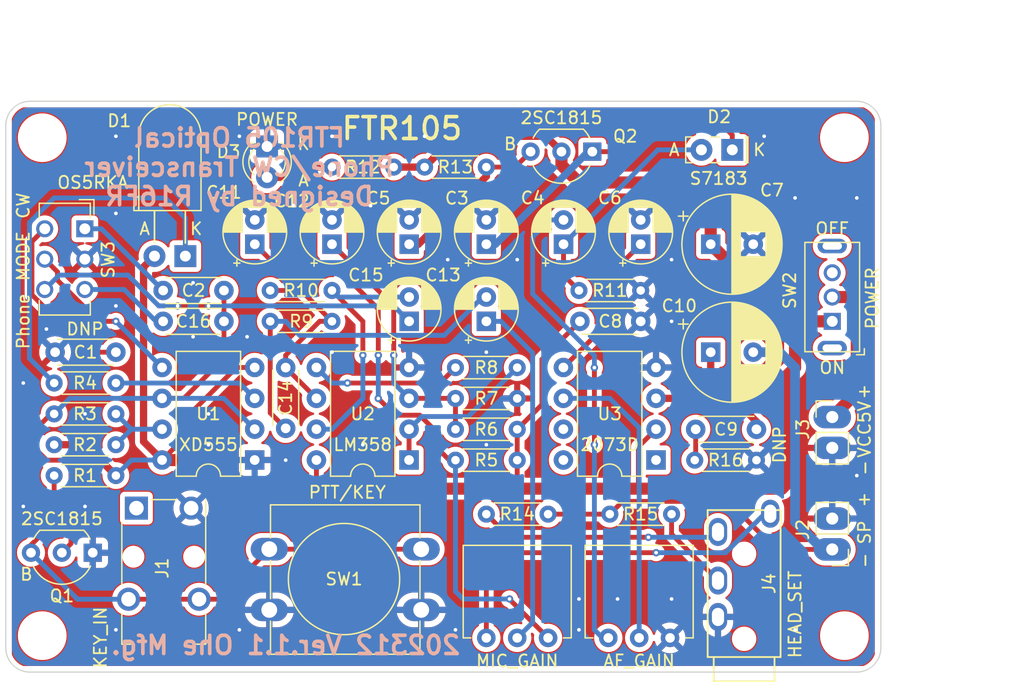
<source format=kicad_pcb>
(kicad_pcb (version 20211014) (generator pcbnew)
  (title_block (title "FTR105 by R16FR") (date "2023-12-01") (rev "Ver.1.1") (company "Ohe MFG.") (comment 1 "change SW2 Foot Print"))
  (layers (0 "F.Cu" signal) (31 "B.Cu" signal) (34 "B.Paste" user) (35 "F.Paste" user) (36 "B.SilkS" user "B.Silkscreen") (37 "F.SilkS" user "F.Silkscreen") (38 "B.Mask" user) (39 "F.Mask" user) (44 "Edge.Cuts" user))
  (net 0 "")
  (net 1 "GND")
  (net 2 "Net-(R2-Pad1)")
  (net 3 "Net-(C10-Pad2)")
  (net 4 "Net-(U3-Pad6)")
  (net 5 "Net-(C14-Pad1)")
  (net 6 "Net-(C3-Pad1)")
  (net 7 "Net-(C4-Pad1)")
  (net 8 "Net-(AF_GAIN1-Pad1)")
  (net 9 "Net-(C5-Pad1)")
  (net 10 "Net-(C6-Pad1)")
  (net 11 "VCC")
  (net 12 "Net-(C10-Pad1)")
  (net 13 "Net-(C9-Pad2)")
  (net 14 "Net-(D1-Pad1)")
  (net 16 "Net-(J1-PadT)")
  (net 17 "Net-(C16-Pad2)")
  (net 18 "Net-(J4-Pad1)")
  (net 19 "Net-(J4-Pad3)")
  (net 20 "Net-(J3-Pad1)")
  (net 22 "Net-(C2-Pad2)")
  (net 23 "Net-(C11-Pad1)")
  (net 24 "Net-(C12-Pad1)")
  (net 25 "Net-(C13-Pad1)")
  (net 26 "Net-(C13-Pad2)")
  (net 27 "Net-(J4-Pad4)")
  (net 28 "Net-(C1-Pad1)")
  (net 29 "Net-(C15-Pad2)")
  (net 30 "Net-(C16-Pad1)")
  (net 31 "Net-(R4-Pad1)")
  (net 32 "Net-(R8-Pad1)")
  (net 33 "Net-(C15-Pad1)")
  (net 34 "Net-(R8-Pad2)")
  (net 35 "Net-(SW3-Pad5)")
  (net 39 "Net-(D3-Pad2)")
  (footprint "Button_Switch_THT:SW_PUSH-12mm" (layer "F.Cu") (at 124.18 94.88 180)
    (fp_text reference "SW1")
    (fp_text value "PTT/KEY")
  )
  (footprint "Capacitor_THT:CP_Radial_D8.0mm_P3.50mm" (layer "F.Cu") (at 148 73.66)
    (fp_text reference "C10")
    (fp_text value "470u" hide)
  )
  (footprint "LED_THT:LED_D3.0mm" (layer "F.Cu") (at 111.5 56.725 -90)
    (fp_text reference "D3")
    (fp_text value "POWER")
  )
  (footprint "Capacitor_THT:C_Disc_D4.3mm_W1.9mm_P5.00mm" (layer "F.Cu") (at 107.95 68.58 180)
    (fp_text reference "C2")
    (fp_text value "0.22u")
  )
  (footprint "Resistor_THT:R_Axial_DIN0204_L3.6mm_D1.6mm_P5.08mm_Horizontal" (layer "F.Cu") (at 121.92 58.42 180)
    (fp_text reference "R12")
    (fp_text value "3.3k")
  )
  (footprint "Capacitor_THT:CP_Radial_D8.0mm_P3.50mm" (layer "F.Cu") (at 148 64.77)
    (fp_text reference "C7")
    (fp_text value "470u" hide)
  )
  (footprint "Capacitor_THT:CP_Radial_D5.0mm_P2.00mm" (layer "F.Cu") (at 123.19 71.12 90)
    (fp_text reference "C15")
    (fp_text value "10u" hide)
  )
  (footprint "Capacitor_THT:C_Disc_D4.3mm_W1.9mm_P5.00mm" (layer "F.Cu") (at 107.95 71.12 180)
    (fp_text reference "C16")
    (fp_text value "4700p")
  )
  (footprint "Resistor_THT:R_Axial_DIN0204_L3.6mm_D1.6mm_P5.08mm_Horizontal" (layer "F.Cu") (at 99.06 81.28 180)
    (fp_text reference "R2")
    (fp_text value "1k")
  )
  (footprint "Resistor_THT:R_Axial_DIN0204_L3.6mm_D1.6mm_P5.08mm_Horizontal" (layer "F.Cu") (at 142.24 68.58 180)
    (fp_text reference "R11")
    (fp_text value "1k")
  )
  (footprint "0oe_Library:SK-12D11VG3" (layer "F.Cu") (at 158 71.12 90)
    (fp_text reference "SW2")
    (fp_text value "POWER")
  )
  (footprint "MountingHole:MountingHole_3.2mm_M3" (layer "F.Cu") (at 159 56)
    (fp_text reference "REF**" hide)
    (fp_text value "MountingHole_3.2mm_M3" hide)
  )
  (footprint "Resistor_THT:R_Axial_DIN0204_L3.6mm_D1.6mm_P5.08mm_Horizontal" (layer "F.Cu") (at 127 77.47)
    (fp_text reference "R7")
    (fp_text value "10k")
  )
  (footprint "MountingHole:MountingHole_3.2mm_M3" (layer "F.Cu") (at 93 97)
    (fp_text reference "REF**" hide)
    (fp_text value "MountingHole_3.2mm_M3" hide)
  )
  (footprint "0oe_Library:TSR-3386T" (layer "F.Cu") (at 132.08 97.185)
    (fp_text reference "MIC_GAIN")
    (fp_text value "1kB")
  )
  (footprint "Capacitor_THT:C_Disc_D4.3mm_W1.9mm_P5.00mm" (layer "F.Cu") (at 113.03 74.93 -90)
    (fp_text reference "C14")
    (fp_text value "0.1u")
  )
  (footprint "Resistor_THT:R_Axial_DIN0204_L3.6mm_D1.6mm_P5.08mm_Horizontal" (layer "F.Cu") (at 111.76 68.58)
    (fp_text reference "R10")
    (fp_text value "220k")
  )
  (footprint "Resistor_THT:R_Axial_DIN0204_L3.6mm_D1.6mm_P5.08mm_Horizontal" (layer "F.Cu") (at 93.98 78.74)
    (fp_text reference "R3")
    (fp_text value "3.3k")
  )
  (footprint "Resistor_THT:R_Axial_DIN0204_L3.6mm_D1.6mm_P5.08mm_Horizontal" (layer "F.Cu") (at 134.62 86.995 180)
    (fp_text reference "R14")
    (fp_text value "47")
  )
  (footprint "Capacitor_THT:CP_Radial_D5.0mm_P2.00mm" (layer "F.Cu") (at 129.54 71.12 90)
    (fp_text reference "C13")
    (fp_text value "10u" hide)
  )
  (footprint "Resistor_THT:R_Axial_DIN0204_L3.6mm_D1.6mm_P5.08mm_Horizontal" (layer "F.Cu") (at 151.765 82.55 180)
    (fp_text reference "R16")
    (fp_text value "1")
  )
  (footprint "Package_DIP:DIP-8_W7.62mm" (layer "F.Cu") (at 110.48 82.54 180)
    (fp_text reference "U1")
    (fp_text value "XD555")
  )
  (footprint "Connector_PinHeader_2.54mm:PinHeader_1x02_P2.54mm_Vertical" (layer "F.Cu") (at 158 89.9 180)
    (fp_text reference "J2")
    (fp_text value "SP")
  )
  (footprint "Capacitor_THT:CP_Radial_D5.0mm_P2.00mm" (layer "F.Cu") (at 142.24 64.77 90)
    (fp_text reference "C6")
    (fp_text value "10u" hide)
  )
  (footprint "LED_THT:LED_Rectangular_W5.0mm_H2.0mm" (layer "F.Cu") (at 149.775 57 180)
    (fp_text reference "D2")
    (fp_text value "S7183")
  )
  (footprint "Resistor_THT:R_Axial_DIN0204_L3.6mm_D1.6mm_P5.08mm_Horizontal" (layer "F.Cu") (at 127 82.55)
    (fp_text reference "R5")
    (fp_text value "1k")
  )
  (footprint "Capacitor_THT:CP_Radial_D5.0mm_P2.00mm" (layer "F.Cu") (at 116.84 64.77 90)
    (fp_text reference "C12")
    (fp_text value "10u" hide)
  )
  (footprint "Resistor_THT:R_Axial_DIN0204_L3.6mm_D1.6mm_P5.08mm_Horizontal" (layer "F.Cu") (at 111.76 71.12)
    (fp_text reference "R9")
    (fp_text value "1k")
  )
  (footprint "Resistor_THT:R_Axial_DIN0204_L3.6mm_D1.6mm_P5.08mm_Horizontal" (layer "F.Cu") (at 99.06 76.2 180)
    (fp_text reference "R4")
    (fp_text value "47")
  )
  (footprint "MountingHole:MountingHole_3.2mm_M3" (layer "F.Cu") (at 93 56)
    (fp_text reference "REF**" hide)
    (fp_text value "MountingHole_3.2mm_M3" hide)
  )
  (footprint "LED_THT:LED_D5.0mm_Horizontal_O3.81mm_Z3.0mm" (layer "F.Cu") (at 104.775 65.75 180)
    (fp_text reference "D1")
    (fp_text value "OS5RKA")
  )
  (footprint "0oe_Library:TSR-3386T" (layer "F.Cu") (at 142.113 97.185)
    (fp_text reference "AF_GAIN")
    (fp_text value "10KB" hide)
  )
  (footprint "0oe_Library:MJ-4PP-9" (layer "F.Cu") (at 150.699 92.71 90)
    (fp_text reference "J4")
    (fp_text value "HEAD_SET")
  )
  (footprint "Resistor_THT:R_Axial_DIN0204_L3.6mm_D1.6mm_P5.08mm_Horizontal" (layer "F.Cu") (at 139.7 86.995)
    (fp_text reference "R15")
    (fp_text value "47")
  )
  (footprint "Package_DIP:DIP-8_W7.62mm" (layer "F.Cu") (at 143.5 82.54 180)
    (fp_text reference "U3")
    (fp_text value "2073D")
  )
  (footprint "MountingHole:MountingHole_3.2mm_M3" (layer "F.Cu") (at 159 97)
    (fp_text reference "REF**" hide)
    (fp_text value "MountingHole_3.2mm_M3" hide)
  )
  (footprint "Capacitor_THT:CP_Radial_D5.0mm_P2.00mm" (layer "F.Cu") (at 135.89 64.77 90)
    (fp_text reference "C4")
    (fp_text value "10u" hide)
  )
  (footprint "Package_TO_SOT_THT:TO-92_Inline_Wide" (layer "F.Cu") (at 138.26 57.15 180)
    (fp_text reference "Q2")
    (fp_text value "2SC1815")
  )
  (footprint "Package_DIP:DIP-8_W7.62mm" (layer "F.Cu") (at 123.18 82.54 180)
    (fp_text reference "U2")
    (fp_text value "LM358")
  )
  (footprint "Capacitor_THT:C_Disc_D4.3mm_W1.9mm_P5.00mm" (layer "F.Cu") (at 151.765 80.01 180)
    (fp_text reference "C9")
    (fp_text value "0.22u")
  )
  (footprint "Capacitor_THT:CP_Radial_D5.0mm_P2.00mm" (layer "F.Cu") (at 129.54 64.77 90)
    (fp_text reference "C3")
    (fp_text value "10u" hide)
  )
  (footprint "Capacitor_THT:C_Disc_D4.3mm_W1.9mm_P5.00mm" (layer "F.Cu") (at 99.06 73.66 180)
    (fp_text reference "C1")
    (fp_text value "0.01u")
  )
  (footprint "Resistor_THT:R_Axial_DIN0204_L3.6mm_D1.6mm_P5.08mm_Horizontal" (layer "F.Cu") (at 99.06 83.82 180)
    (fp_text reference "R1")
    (fp_text value "10k")
  )
  (footprint "Capacitor_THT:C_Disc_D4.3mm_W1.9mm_P5.00mm" (layer "F.Cu") (at 137.24 71.12)
    (fp_text reference "C8")
    (fp_text value "0.1u")
  )
  (footprint "Connector_PinHeader_2.54mm:PinHeader_1x02_P2.54mm_Vertical" (layer "F.Cu") (at 158 79)
    (fp_text reference "J3")
    (fp_text value "VCC5V")
  )
  (footprint "0oe_Library:SW_CuK_JS202011AQN_DPDT_Angled" (layer "F.Cu") (at 96.505 63.5 -90)
    (fp_text reference "SW3")
    (fp_text value "MODE")
  )
  (footprint "Resistor_THT:R_Axial_DIN0204_L3.6mm_D1.6mm_P5.08mm_Horizontal" (layer "F.Cu") (at 132.08 74.93 180)
    (fp_text reference "R8")
    (fp_text value "1k")
  )
  (footprint "Resistor_THT:R_Axial_DIN0204_L3.6mm_D1.6mm_P5.08mm_Horizontal" (layer "F.Cu") (at 132.08 80.01 180)
    (fp_text reference "R6")
    (fp_text value "10k")
  )
  (footprint "Package_TO_SOT_THT:TO-92_Inline_Wide" (layer "F.Cu") (at 97.155 90.17 180)
    (fp_text reference "Q1")
    (fp_text value "2SC1815")
  )
  (footprint "Capacitor_THT:CP_Radial_D5.0mm_P2.00mm" (layer "F.Cu") (at 110.49 64.77 90)
    (fp_text reference "C11")
    (fp_text value "10u" hide)
  )
  (footprint "Capacitor_THT:CP_Radial_D5.0mm_P2.00mm" (layer "F.Cu") (at 123.19 64.77 90)
    (fp_text reference "C5")
    (fp_text value "10u" hide)
  )
  (footprint "Connector_Audio:Jack_3.5mm_Switronic_ST-005-G_horizontal" (layer "F.Cu") (at 103 93 90)
    (fp_text reference "J1")
    (fp_text value "KEY_IN")
  )
  (footprint "Resistor_THT:R_Axial_DIN0204_L3.6mm_D1.6mm_P5.08mm_Horizontal" (layer "F.Cu") (at 129.54 58.42 180)
    (fp_text reference "R13")
    (fp_text value "10k")
  )
  (gr_line locked (start 90 98) (end 90 55) (layer "Edge.Cuts") (width 0.1))
  (gr_line locked (start 92 53) (end 160 53) (layer "Edge.Cuts") (width 0.1))
  (gr_line locked (start 160 100) (end 92 100) (layer "Edge.Cuts") (width 0.1))
  (gr_arc locked (start 160 53) (mid 161.414214 53.585786) (end 162 55) (layer "Edge.Cuts") (width 0.1))
  (gr_line locked (start 162 55) (end 162 98) (layer "Edge.Cuts") (width 0.1))
  (gr_arc locked (start 92 100) (mid 90.585786 99.414214) (end 90 98) (layer "Edge.Cuts") (width 0.1))
  (gr_arc locked (start 90 55) (mid 90.585786 53.585786) (end 92 53) (layer "Edge.Cuts") (width 0.1))
  (gr_arc locked (start 162 98) (mid 161.414214 99.414214) (end 160 100) (layer "Edge.Cuts") (width 0.1))
  (gr_text "FTR105 Optical\nPhone/CW Transceiver\nDesigned by R16FR" (at 109.22 58.42) (layer "B.SilkS") (effects (font (size 1.5 1.5) (thickness 0.3)) (justify mirror)))
  (gr_text "202312 Ver.1.1 Ohe Mfg." (at 113.03 97.79) (layer "B.SilkS") (effects (font (size 1.5 1.5) (thickness 0.3)) (justify mirror)))
  (gr_text "K" (at 105.664 63.5) (layer "F.SilkS") (effects (font (size 1 1))))
  (gr_text "-" (at 160.655 83.185 90) (layer "F.SilkS") (effects (font (size 1 1))))
  (gr_text "DNP" (at 153.67 81.28 90) (layer "F.SilkS") (effects (font (size 1 1))))
  (gr_text "FTR105" (at 117.475 55.245) (layer "F.SilkS") (effects (font (size 1.8 1.8) (thickness 0.3)) (justify left)))
  (gr_text "-" (at 160.655 90.805 90) (layer "F.SilkS") (effects (font (size 1 1))))
  (gr_text "B" (at 131.5 56.515) (layer "F.SilkS") (effects (font (size 1 1))))
  (gr_text "+" (at 160.655 76.835) (layer "F.SilkS") (effects (font (size 1 1))))
  (gr_text "CW" (at 91.44 61.595 90) (layer "F.SilkS") (effects (font (size 1 1))))
  (gr_text "A" (at 101.43 63.5) (layer "F.SilkS") (effects (font (size 1 1))))
  (gr_text "ON" (at 158 74.93) (layer "F.SilkS") (effects (font (size 1 1))))
  (gr_text "OFF" (at 158 63.5) (layer "F.SilkS") (effects (font (size 1 1))))
  (gr_text "K" (at 114.5 56.5) (layer "F.SilkS") (effects (font (size 1 1))))
  (gr_text "B" (at 91.694 91.948) (layer "F.SilkS") (effects (font (size 1 1))))
  (gr_text "A" (at 145 57) (layer "F.SilkS") (effects (font (size 1 1))))
  (gr_text "A" (at 114.5 59.5) (layer "F.SilkS") (effects (font (size 1 1))))
  (gr_text "Phone" (at 91.44 71.12 90) (layer "F.SilkS") (effects (font (size 1 1))))
  (gr_text "DNP" (at 96.52 71.755) (layer "F.SilkS") (effects (font (size 1 1))))
  (gr_text "+" (at 160.655 85.725) (layer "F.SilkS") (effects (font (size 1 1))))
  (gr_text "K" (at 152 57) (layer "F.SilkS") (effects (font (size 1 1))))
  (via (at 137.16 96.52) (size 0.605) (drill 0.3) (layers "F.Cu" "B.Cu") (net 1))
  (via (at 160.02 83.82) (size 0.605) (drill 0.3) (layers "F.Cu" "B.Cu") (net 1))
  (via (at 132.08 66.04) (size 0.605) (drill 0.3) (layers "F.Cu" "B.Cu") (net 1))
  (via (at 106.68 78.74) (size 0.605) (drill 0.3) (layers "F.Cu" "B.Cu") (net 1))
  (via (at 120.015 61.595) (size 0.605) (drill 0.3) (layers "F.Cu" "B.Cu") (net 1))
  (via (at 119.38 81.28) (size 0.605) (drill 0.3) (layers "F.Cu" "B.Cu") (net 1))
  (via (at 152.4 55.88) (size 0.605) (drill 0.3) (layers "F.Cu" "B.Cu") (net 1))
  (via (at 109.22 55.88) (size 0.605) (drill 0.3) (layers "F.Cu" "B.Cu") (net 1))
  (via (at 140.335 93.98) (size 0.605) (drill 0.3) (layers "F.Cu" "B.Cu") (net 1))
  (via (at 99.06 62.23) (size 0.605) (drill 0.3) (layers "F.Cu" "B.Cu") (net 1))
  (via (at 137.16 93.98) (size 0.605) (drill 0.3) (layers "F.Cu" "B.Cu") (net 1))
  (via (at 113.665 61.595) (size 0.605) (drill 0.3) (layers "F.Cu" "B.Cu") (net 1))
  (via (at 96.52 78.74) (size 0.605) (drill 0.3) (layers "F.Cu" "B.Cu") (net 1))
  (via (at 160.02 60.96) (size 0.605) (drill 0.3) (layers "F.Cu" "B.Cu") (net 1))
  (via (at 116.84 73.66) (size 0.605) (drill 0.3) (layers "F.Cu" "B.Cu") (net 1))
  (via (at 109.855 72.39) (size 0.605) (drill 0.3) (layers "F.Cu" "B.Cu") (net 1))
  (via (at 109.22 96.52) (size 0.605) (drill 0.3) (layers "F.Cu" "B.Cu") (net 1))
  (via (at 93.345 71.755) (size 0.605) (drill 0.3) (layers "F.Cu" "B.Cu") (net 1))
  (via (at 99.06 69.85) (size 0.605) (drill 0.3) (layers "F.Cu" "B.Cu") (net 1))
  (via (at 116.84 55.88) (size 0.605) (drill 0.3) (layers "F.Cu" "B.Cu") (net 1))
  (via (at 129.54 81.28) (size 0.605) (drill 0.3) (layers "F.Cu" "B.Cu") (net 1))
  (via (at 96.52 86.36) (size 0.605) (drill 0.3) (layers "F.Cu" "B.Cu") (net 1))
  (via (at 91.44 76.2) (size 0.605) (drill 0.3) (layers "F.Cu" "B.Cu") (net 1))
  (via (at 105.41 72.39) (size 0.605) (drill 0.3) (layers "F.Cu" "B.Cu") (net 1))
  (via (at 144.78 71.12) (size 0.605) (drill 0.3) (layers "F.Cu" "B.Cu") (net 1))
  (via (at 144.78 66.04) (size 0.605) (drill 0.3) (layers "F.Cu" "B.Cu") (net 1))
  (via (at 99.06 55.88) (size 0.605) (drill 0.3) (layers "F.Cu" "B.Cu") (net 1))
  (via (at 126.365 66.04) (size 0.605) (drill 0.3) (layers "F.Cu" "B.Cu") (net 1))
  (via (at 91.44 86.36) (size 0.605) (drill 0.3) (layers "F.Cu" "B.Cu") (net 1))
  (via (at 127 96.52) (size 0.605) (drill 0.3) (layers "F.Cu" "B.Cu") (net 1))
  (via (at 154.94 60.96) (size 0.605) (drill 0.3) (layers "F.Cu" "B.Cu") (net 1))
  (via (at 99.06 96.52) (size 0.605) (drill 0.3) (layers "F.Cu" "B.Cu") (net 1))
  (via (at 154.94 96.52) (size 0.605) (drill 0.3) (layers "F.Cu" "B.Cu") (net 1))
  (via (at 129.54 73.66) (size 0.605) (drill 0.3) (layers "F.Cu" "B.Cu") (net 1))
  (via (at 105.41 67.945) (size 0.605) (drill 0.3) (layers "F.Cu" "B.Cu") (net 1))
  (via (at 124.46 55.88) (size 0.605) (drill 0.3) (layers "F.Cu" "B.Cu") (net 1))
  (via (at 106.68 81.28) (size 0.605) (drill 0.3) (layers "F.Cu" "B.Cu") (net 1))
  (via (at 113.03 82.55) (size 0.605) (drill 0.3) (layers "F.Cu" "B.Cu") (net 1))
  (via (at 144.78 93.98) (size 0.605) (drill 0.3) (layers "F.Cu" "B.Cu") (net 1))
  (segment (start 100.32 80) (end 99.06 78.74) (width 0.4) (layer "B.Cu") (net 2))
  (segment (start 102.86 80) (end 100.32 80) (width 0.4) (layer "B.Cu") (net 2))
  (segment (start 99.06 81.28) (end 100.33 80.01) (width 0.4) (layer "B.Cu") (net 2))
  (segment (start 134.62 86.995) (end 139.7 86.995) (width 0.4) (layer "F.Cu") (net 3))
  (segment (start 140.751911 85.943089) (end 149.443089 85.943089) (width 0.4) (layer "F.Cu") (net 3))
  (segment (start 149.443089 85.943089) (end 153.4 89.9) (width 0.4) (layer "F.Cu") (net 3))
  (segment (start 139.7 86.995) (end 140.751911 85.943089) (width 0.4) (layer "F.Cu") (net 3))
  (segment (start 153.4 89.9) (end 158 89.9) (width 0.4) (layer "F.Cu") (net 3))
  (segment (start 151.5 73.66) (end 153.67 73.66) (width 0.8) (layer "B.Cu") (net 3))
  (segment (start 154.94 74.93) (end 154.94 87.63) (width 0.8) (layer "B.Cu") (net 3))
  (segment (start 154.94 87.63) (end 157.21 89.9) (width 0.8) (layer "B.Cu") (net 3))
  (segment (start 157.21 89.9) (end 158 89.9) (width 0.8) (layer "B.Cu") (net 3))
  (segment (start 153.67 73.66) (end 154.94 74.93) (width 0.8) (layer "B.Cu") (net 3))
  (segment (start 135.88 77.46) (end 139.69 77.46) (width 0.4) (layer "B.Cu") (net 4))
  (segment (start 139.69 77.46) (end 142.113 79.883) (width 0.4) (layer "B.Cu") (net 4))
  (segment (start 142.113 79.883) (end 142.113 97.185) (width 0.4) (layer "B.Cu") (net 4))
  (segment (start 114.3 68.58) (end 116.84 71.12) (width 0.4) (layer "F.Cu") (net 5))
  (segment (start 111.76 68.58) (end 114.3 68.58) (width 0.4) (layer "F.Cu") (net 5))
  (segment (start 115.824 71.12) (end 113.03 73.914) (width 0.4) (layer "F.Cu") (net 5))
  (segment (start 113.03 74.93) (end 115.56 77.46) (width 0.4) (layer "F.Cu") (net 5))
  (segment (start 113.03 73.914) (end 113.03 74.93) (width 0.4) (layer "F.Cu") (net 5))
  (segment (start 116.84 71.12) (end 115.824 71.12) (width 0.4) (layer "F.Cu") (net 5))
  (segment (start 142 55) (end 149 55) (width 0.4) (layer "F.Cu") (net 6))
  (segment (start 138.26 57.15) (end 139.85 57.15) (width 0.4) (layer "F.Cu") (net 6))
  (segment (start 149.775 55.775) (end 149.775 57) (width 0.4) (layer "F.Cu") (net 6))
  (segment (start 139.85 57.15) (end 142 55) (width 0.4) (layer "F.Cu") (net 6))
  (segment (start 149 55) (end 149.775 55.775) (width 0.4) (layer "F.Cu") (net 6))
  (segment (start 137.922 57.15) (end 138.26 57.15) (width 0.6) (layer "B.Cu") (net 6))
  (segment (start 130.302 64.77) (end 137.922 57.15) (width 0.6) (layer "B.Cu") (net 6))
  (segment (start 129.54 64.77) (end 130.302 64.77) (width 0.6) (layer "B.Cu") (net 6))
  (segment (start 135.89 67.31) (end 137.16 68.58) (width 0.4) (layer "F.Cu") (net 7))
  (segment (start 135.89 64.77) (end 135.89 67.31) (width 0.4) (layer "F.Cu") (net 7))
  (segment (start 143.66 57) (end 147.235 57) (width 0.4) (layer "B.Cu") (net 7))
  (segment (start 135.89 64.77) (end 143.66 57) (width 0.4) (layer "B.Cu") (net 7))
  (segment (start 138.43 77.47) (end 138.43 81.28) (width 0.4) (layer "F.Cu") (net 8))
  (segment (start 138.43 77.47) (end 138.43 74.93) (width 0.4) (layer "F.Cu") (net 8))
  (via (at 138.43 81.28) (size 0.605) (drill 0.3) (layers "F.Cu" "B.Cu") (net 8))
  (via (at 138.43 74.93) (size 0.605) (drill 0.3) (layers "F.Cu" "B.Cu") (net 8))
  (segment (start 138.43 73.939049) (end 138.43 74.93) (width 0.4) (layer "B.Cu") (net 8))
  (segment (start 138.43 96.52) (end 139.095 97.185) (width 0.4) (layer "B.Cu") (net 8))
  (segment (start 133.35 64.17863) (end 133.35 68.859049) (width 0.4) (layer "B.Cu") (net 8))
  (segment (start 138.43 81.28) (end 138.43 96.52) (width 0.4) (layer "B.Cu") (net 8))
  (segment (start 133.35 68.859049) (end 138.43 73.939049) (width 0.4) (layer "B.Cu") (net 8))
  (segment (start 135.89 62.77) (end 134.75863 62.77) (width 0.4) (layer "B.Cu") (net 8))
  (segment (start 134.75863 62.77) (end 133.35 64.17863) (width 0.4) (layer "B.Cu") (net 8))
  (segment (start 139.095 97.185) (end 139.573 97.185) (width 0.4) (layer "B.Cu") (net 8))
  (segment (start 129.54 58.42) (end 131.91 58.42) (width 0.4) (layer "F.Cu") (net 9))
  (segment (start 123.19 64.77) (end 123.952 64.77) (width 0.6) (layer "F.Cu") (net 9))
  (segment (start 123.952 64.77) (end 129.54 59.182) (width 0.6) (layer "F.Cu") (net 9))
  (segment (start 129.54 59.182) (end 129.54 58.42) (width 0.6) (layer "F.Cu") (net 9))
  (segment (start 131.91 58.42) (end 133.18 57.15) (width 0.4) (layer "F.Cu") (net 9))
  (segment (start 139.7 67.31) (end 139.7 71.1) (width 0.4) (layer "F.Cu") (net 10))
  (segment (start 142.24 64.77) (end 139.7 67.31) (width 0.4) (layer "F.Cu") (net 10))
  (segment (start 139.7 71.1) (end 135.88 74.92) (width 0.4) (layer "F.Cu") (net 10))
  (segment (start 134.112 77.978) (end 132.08 80.01) (width 0.4) (layer "F.Cu") (net 11))
  (segment (start 101.335 81.015) (end 102.86 82.54) (width 0.6) (layer "F.Cu") (net 11))
  (segment (start 101.335 66.65) (end 101.335 81.015) (width 0.6) (layer "F.Cu") (net 11))
  (segment (start 104.775 79.121) (end 104.775 80.625) (width 0.4) (layer "F.Cu") (net 11))
  (segment (start 154.94 71.12) (end 154.35 71.12) (width 1) (layer "F.Cu") (net 11))
  (segment (start 154.305 75.565) (end 154.305 84.455) (width 1) (layer "F.Cu") (net 11))
  (segment (start 108.976 74.92) (end 104.775 79.121) (width 0.4) (layer "F.Cu") (net 11))
  (segment (start 124.46 58.42) (end 121.92 58.42) (width 0.6) (layer "F.Cu") (net 11))
  (segment (start 102.235 65.75) (end 101.335 66.65) (width 0.6) (layer "F.Cu") (net 11))
  (segment (start 142.048089 81.451911) (end 142.048089 84.898089) (width 0.4) (layer "F.Cu") (net 11))
  (segment (start 154.94 74.93) (end 154.94 71.12) (width 1) (layer "F.Cu") (net 11))
  (segment (start 115.56 82.54) (end 115.56 84.696178) (width 0.4) (layer "F.Cu") (net 11))
  (segment (start 137.24 71.12) (end 134.112 74.248) (width 0.4) (layer "F.Cu") (net 11))
  (segment (start 154.305 84.455) (end 153.861911 84.898089) (width 1) (layer "F.Cu") (net 11))
  (segment (start 132.08 80.01) (end 132.08 82.55) (width 0.4) (layer "F.Cu") (net 11))
  (segment (start 137.16 59.69) (end 135.72 58.25) (width 1) (layer "F.Cu") (net 11))
  (segment (start 115.56 84.696178) (end 115.761911 84.898089) (width 0.4) (layer "F.Cu") (net 11))
  (segment (start 134.45 55.88) (end 135.72 57.15) (width 0.6) (layer "F.Cu") (net 11))
  (segment (start 154.35 71.12) (end 148 64.77) (width 1) (layer "F.Cu") (net 11))
  (segment (start 96.52 81.28) (end 93.98 81.28) (width 0.6) (layer "F.Cu") (net 11))
  (segment (start 158 71.12) (end 154.94 71.12) (width 1) (layer "F.Cu") (net 11))
  (segment (start 115.761911 84.898089) (end 106.488089 84.898089) (width 1) (layer "F.Cu") (net 11))
  (segment (start 132.08 82.55) (end 132.08 84.706178) (width 0.4) (layer "F.Cu") (net 11))
  (segment (start 154.305 75.565) (end 154.94 74.93) (width 1) (layer "F.Cu") (net 11))
  (segment (start 153.861911 84.898089) (end 142.048089 84.898089) (width 1) (layer "F.Cu") (net 11))
  (segment (start 143.5 80) (end 142.048089 81.451911) (width 0.4) (layer "F.Cu") (net 11))
  (segment (start 135.72 58.25) (end 135.72 57.15) (width 1) (layer "F.Cu") (net 11))
  (segment (start 132.08 84.706178) (end 131.888089 84.898089) (width 0.4) (layer "F.Cu") (net 11))
  (segment (start 104.775 80.625) (end 102.86 82.54) (width 0.4) (layer "F.Cu") (net 11))
  (segment (start 148 61.64) (end 146.05 59.69) (width 1) (layer "F.Cu") (net 11))
  (segment (start 131.888089 84.898089) (end 115.761911 84.898089) (width 1) (layer "F.Cu") (net 11))
  (segment (start 124.46 58.42) (end 127 55.88) (width 0.6) (layer "F.Cu") (net 11))
  (segment (start 146.05 59.69) (end 137.16 59.69) (width 1) (layer "F.Cu") (net 11))
  (segment (start 104.13 82.54) (end 106.045 84.455) (width 1) (layer "F.Cu") (net 11))
  (segment (start 99.06 83.82) (end 96.52 81.28) (width 0.6) (layer "F.Cu") (net 11))
  (segment (start 110.48 74.92) (end 108.976 74.92) (width 0.4) (layer "F.Cu") (net 11))
  (segment (start 142.048089 84.898089) (end 131.888089 84.898089) (width 1) (layer "F.Cu") (net 11))
  (segment (start 106.488089 84.898089) (end 106.045 84.455) (width 1) (layer "F.Cu") (net 11))
  (segment (start 148 64.77) (end 148 61.64) (width 1) (layer "F.Cu") (net 11))
  (segment (start 134.112 74.248) (end 134.112 77.978) (width 0.4) (layer "F.Cu") (net 11))
  (segment (start 127 55.88) (end 134.45 55.88) (width 0.6) (layer "F.Cu") (net 11))
  (segment (start 102.86 82.54) (end 104.13 82.54) (width 1) (layer "F.Cu") (net 11))
  (segment (start 102.86 82.54) (end 100.34 82.54) (width 0.4) (layer "B.Cu") (net 11))
  (segment (start 100.34 82.54) (end 99.06 83.82) (width 0.4) (layer "B.Cu") (net 11))
  (segment (start 148 75.61) (end 151.765 79.375) (width 0.6) (layer "F.Cu") (net 12))
  (segment (start 143.5 77.46) (end 146.06 77.46) (width 0.6) (layer "F.Cu") (net 12))
  (segment (start 148 75.52) (end 148 73.66) (width 0.6) (layer "F.Cu") (net 12))
  (segment (start 148 73.66) (end 148 75.61) (width 0.4) (layer "F.Cu") (net 12))
  (segment (start 151.765 79.375) (end 151.765 80.01) (width 0.6) (layer "F.Cu") (net 12))
  (segment (start 146.06 77.46) (end 148 75.52) (width 0.6) (layer "F.Cu") (net 12))
  (segment (start 146.765 82.47) (end 146.685 82.55) (width 0.4) (layer "F.Cu") (net 13))
  (segment (start 146.765 80.01) (end 146.765 82.47) (width 0.4) (layer "F.Cu") (net 13))
  (segment (start 91.948 62.992) (end 91.948 74.168) (width 0.4) (layer "B.Cu") (net 14))
  (segment (start 104.775 65.75) (end 104.775 62.611) (width 0.4) (layer "B.Cu") (net 14))
  (segment (start 93.98 60.96) (end 91.948 62.992) (width 0.4) (layer "B.Cu") (net 14))
  (segment (start 104.775 62.611) (end 103.124 60.96) (width 0.4) (layer "B.Cu") (net 14))
  (segment (start 103.124 60.96) (end 93.98 60.96) (width 0.4) (layer "B.Cu") (net 14))
  (segment (start 91.948 74.168) (end 93.98 76.2) (width 0.4) (layer "B.Cu") (net 14))
  (segment (start 105.9 94) (end 107.56 94) (width 0.4) (layer "F.Cu") (net 16))
  (segment (start 100.1 94) (end 101.78 94) (width 0.4) (layer "F.Cu") (net 16))
  (segment (start 107.56 94) (end 111.68 89.88) (width 0.4) (layer "F.Cu") (net 16))
  (segment (start 93.98 83.82) (end 93.98 87.63) (width 0.4) (layer "F.Cu") (net 16))
  (segment (start 92.075 89.535) (end 92.075 90.17) (width 0.4) (layer "F.Cu") (net 16))
  (segment (start 111.68 89.88) (end 124.18 89.88) (width 0.4) (layer "F.Cu") (net 16))
  (segment (start 101.78 94) (end 105.9 94) (width 0.4) (layer "F.Cu") (net 16))
  (segment (start 93.98 87.63) (end 92.075 89.535) (width 0.4) (layer "F.Cu") (net 16))
  (segment (start 92.075 90.17) (end 95.905 94) (width 0.4) (layer "B.Cu") (net 16))
  (segment (start 95.905 94) (end 100.1 94) (width 0.4) (layer "B.Cu") (net 16))
  (segment (start 99.742 68.5) (end 102.362 71.12) (width 0.4) (layer "B.Cu") (net 17))
  (segment (start 96.505 68.5) (end 99.742 68.5) (width 0.4) (layer "B.Cu") (net 17))
  (segment (start 102.362 71.12) (end 102.95 71.12) (width 0.4) (layer "B.Cu") (net 17))
  (segment (start 130.175 90.17) (end 129.54 90.805) (width 0.4) (layer "F.Cu") (net 18))
  (segment (start 129.54 90.805) (end 129.54 97.155) (width 0.4) (layer "F.Cu") (net 18))
  (segment (start 143.51 90.17) (end 130.175 90.17) (width 0.4) (layer "F.Cu") (net 18))
  (via (at 143.51 90.17) (size 0.605) (drill 0.3) (layers "F.Cu" "B.Cu") (net 18))
  (segment (start 152.899 86.96) (end 152.436675 86.96) (width 0.4) (layer "B.Cu") (net 18))
  (segment (start 149.226675 90.17) (end 143.51 90.17) (width 0.4) (layer "B.Cu") (net 18))
  (segment (start 152.436675 86.96) (end 149.226675 90.17) (width 0.4) (layer "B.Cu") (net 18))
  (segment (start 144.78 88.641) (end 148.599 92.46) (width 0.4) (layer "F.Cu") (net 19))
  (segment (start 144.78 86.995) (end 144.78 88.641) (width 0.4) (layer "F.Cu") (net 19))
  (segment (start 160.015076 69.12) (end 160.02 69.115076) (width 1) (layer "F.Cu") (net 20))
  (segment (start 158 69.12) (end 160.015076 69.12) (width 1) (layer "F.Cu") (net 20))
  (segment (start 158 79) (end 160.02 76.98) (width 1) (layer "F.Cu") (net 20))
  (segment (start 160.02 76.98) (end 160.02 69.115076) (width 1) (layer "F.Cu") (net 20))
  (segment (start 96.505 63.5) (end 97.87 63.5) (width 0.4) (layer "B.Cu") (net 22))
  (segment (start 97.87 63.5) (end 102.95 68.58) (width 0.4) (layer "B.Cu") (net 22))
  (segment (start 110.49 64.77) (end 112.395 66.675) (width 0.4) (layer "F.Cu") (net 23))
  (segment (start 112.395 66.675) (end 117.221 66.675) (width 0.4) (layer "F.Cu") (net 23))
  (segment (start 124.060089 78.848089) (end 125.222 80.01) (width 0.4) (layer "F.Cu") (net 23))
  (segment (start 134.62 97.185) (end 131.445 94.01) (width 0.4) (layer "F.Cu") (net 23))
  (segment (start 120.65 70.104) (end 120.65 73.914) (width 0.4) (layer "F.Cu") (net 23))
  (segment (start 120.65 77.47) (end 122.028089 78.848089) (width 0.4) (layer "F.Cu") (net 23))
  (segment (start 125.222 81.28) (end 126.492 82.55) (width 0.4) (layer "F.Cu") (net 23))
  (segment (start 126.492 82.55) (end 127 82.55) (width 0.4) (layer "F.Cu") (net 23))
  (segment (start 122.028089 78.848089) (end 124.060089 78.848089) (width 0.4) (layer "F.Cu") (net 23))
  (segment (start 125.222 80.01) (end 125.222 81.28) (width 0.4) (layer "F.Cu") (net 23))
  (segment (start 131.445 94.01) (end 131.445 93.980002) (width 0.4) (layer "F.Cu") (net 23))
  (segment (start 117.221 66.675) (end 120.65 70.104) (width 0.4) (layer "F.Cu") (net 23))
  (via (at 120.65 77.47) (size 0.605) (drill 0.3) (layers "F.Cu" "B.Cu") (net 23))
  (via (at 131.445 93.980002) (size 0.605) (drill 0.3) (layers "F.Cu" "B.Cu") (net 23))
  (via (at 120.65 73.914) (size 0.605) (drill 0.3) (layers "F.Cu" "B.Cu") (net 23))
  (segment (start 127 82.55) (end 127 93.345) (width 0.4) (layer "B.Cu") (net 23))
  (segment (start 127 93.345) (end 127.635002 93.980002) (width 0.4) (layer "B.Cu") (net 23))
  (segment (start 127.635002 93.980002) (end 131.445 93.980002) (width 0.4) (layer "B.Cu") (net 23))
  (segment (start 120.65 77.47) (end 120.65 73.914) (width 0.4) (layer "B.Cu") (net 23))
  (segment (start 127 77.47) (end 127 80.01) (width 0.4) (layer "F.Cu") (net 24))
  (segment (start 123.18 77.46) (end 126.99 77.46) (width 0.4) (layer "F.Cu") (net 24))
  (segment (start 126.99 77.46) (end 127 77.47) (width 0.4) (layer "F.Cu") (net 24))
  (segment (start 121.92 69.85) (end 121.92 73.914) (width 0.4) (layer "F.Cu") (net 24))
  (segment (start 116.84 64.77) (end 121.92 69.85) (width 0.4) (layer "F.Cu") (net 24))
  (via (at 121.92 73.914) (size 0.605) (drill 0.3) (layers "F.Cu" "B.Cu") (net 24))
  (segment (start 121.92 76.2) (end 121.92 73.914) (width 0.4) (layer "B.Cu") (net 24))
  (segment (start 123.18 77.46) (end 121.92 76.2) (width 0.4) (layer "B.Cu") (net 24))
  (segment (start 133.35 95.915) (end 132.08 97.185) (width 0.4) (layer "B.Cu") (net 25))
  (segment (start 130.74 71.12) (end 133.35 73.73) (width 0.4) (layer "B.Cu") (net 25))
  (segment (start 133.35 73.73) (end 133.35 95.915) (width 0.4) (layer "B.Cu") (net 25))
  (segment (start 129.54 71.12) (end 130.74 71.12) (width 0.4) (layer "B.Cu") (net 25))
  (segment (start 111.76 78.66) (end 113.03 79.93) (width 0.4) (layer "F.Cu") (net 26))
  (segment (start 111.76 71.12) (end 111.76 78.66) (width 0.4) (layer "F.Cu") (net 26))
  (segment (start 129.236178 69.12) (end 129.54 69.12) (width 0.4) (layer "B.Cu") (net 26))
  (segment (start 126.084267 72.271911) (end 129.236178 69.12) (width 0.4) (layer "B.Cu") (net 26))
  (segment (start 111.76 71.12) (end 113.03 71.12) (width 0.4) (layer "B.Cu") (net 26))
  (segment (start 113.03 71.12) (end 114.181911 72.271911) (width 0.4) (layer "B.Cu") (net 26))
  (segment (start 114.181911 72.271911) (end 126.084267 72.271911) (width 0.4) (layer "B.Cu") (net 26))
  (segment (start 129.54 86.995) (end 131.445 88.9) (width 0.4) (layer "F.Cu") (net 27))
  (segment (start 131.445 88.9) (end 142.875 88.9) (width 0.4) (layer "F.Cu") (net 27))
  (via (at 142.875 88.9) (size 0.605) (drill 0.3) (layers "F.Cu" "B.Cu") (net 27))
  (segment (start 148.159 88.9) (end 142.875 88.9) (width 0.4) (layer "B.Cu") (net 27))
  (segment (start 148.599 88.46) (end 148.159 88.9) (width 0.4) (layer "B.Cu") (net 27))
  (segment (start 92.153089 68.935717) (end 96.877372 73.66) (width 0.4) (layer "F.Cu") (net 28))
  (segment (start 93.205 63.5) (end 92.153089 64.551911) (width 0.4) (layer "F.Cu") (net 28))
  (segment (start 96.877372 73.66) (end 99.06 73.66) (width 0.4) (layer "F.Cu") (net 28))
  (segment (start 92.153089 64.551911) (end 92.153089 68.935717) (width 0.4) (layer "F.Cu") (net 28))
  (segment (start 116.84 68.58) (end 119.38 71.12) (width 0.4) (layer "F.Cu") (net 29))
  (segment (start 119.38 71.12) (end 119.38 73.914) (width 0.4) (layer "F.Cu") (net 29))
  (via (at 119.38 73.914) (size 0.605) (drill 0.3) (layers "F.Cu" "B.Cu") (net 29))
  (segment (start 116.85 80) (end 119.38 77.47) (width 0.4) (layer "B.Cu") (net 29))
  (segment (start 119.38 77.47) (end 119.38 73.914) (width 0.4) (layer "B.Cu") (net 29))
  (segment (start 123.19 69.12) (end 117.38 69.12) (width 0.4) (layer "B.Cu") (net 29))
  (segment (start 115.56 80) (end 116.85 80) (width 0.4) (layer "B.Cu") (net 29))
  (segment (start 117.38 69.12) (end 116.84 68.58) (width 0.4) (layer "B.Cu") (net 29))
  (segment (start 107.95 68.58) (end 107.95 71.12) (width 0.4) (layer "F.Cu") (net 30))
  (segment (start 95.365 89.42) (end 94.615 90.17) (width 0.4) (layer "F.Cu") (net 30))
  (segment (start 92.456 81.642814) (end 93.363186 82.55) (width 0.4) (layer "F.Cu") (net 30))
  (segment (start 107.95 74.168) (end 104.658 77.46) (width 0.4) (layer "F.Cu") (net 30))
  (segment (start 93.363186 82.55) (end 94.742 82.55) (width 0.4) (layer "F.Cu") (net 30))
  (segment (start 107.95 71.12) (end 107.95 74.168) (width 0.4) (layer "F.Cu") (net 30))
  (segment (start 94.742 82.55) (end 95.365 83.173) (width 0.4) (layer "F.Cu") (net 30))
  (segment (start 104.658 77.46) (end 102.86 77.46) (width 0.4) (layer "F.Cu") (net 30))
  (segment (start 95.365 83.173) (end 95.365 89.42) (width 0.4) (layer "F.Cu") (net 30))
  (segment (start 92.456 80.01) (end 92.456 81.642814) (width 0.4) (layer "F.Cu") (net 30))
  (segment (start 93.98 78.74) (end 93.726 78.74) (width 0.4) (layer "F.Cu") (net 30))
  (segment (start 93.726 78.74) (end 92.456 80.01) (width 0.4) (layer "F.Cu") (net 30))
  (segment (start 93.98 78.74) (end 95.26 77.46) (width 0.4) (layer "B.Cu") (net 30))
  (segment (start 102.86 77.46) (end 107.94 77.46) (width 0.4) (layer "B.Cu") (net 30))
  (segment (start 95.26 77.46) (end 102.86 77.46) (width 0.4) (layer "B.Cu") (net 30))
  (segment (start 107.94 77.46) (end 110.48 80) (width 0.4) (layer "B.Cu") (net 30))
  (segment (start 109.22 76.2) (end 110.48 77.46) (width 0.4) (layer "B.Cu") (net 31))
  (segment (start 99.06 76.2) (end 109.22 76.2) (width 0.4) (layer "B.Cu") (net 31))
  (segment (start 123.18 80) (end 123.18 82.54) (width 0.4) (layer "F.Cu") (net 32))
  (segment (start 123.18 80) (end 124.221911 78.958089) (width 0.4) (layer "B.Cu") (net 32))
  (segment (start 124.221911 78.958089) (end 128.051911 78.958089) (width 0.4) (layer "B.Cu") (net 32))
  (segment (start 128.051911 78.958089) (end 132.08 74.93) (width 0.4) (layer "B.Cu") (net 32))
  (segment (start 104.14 69.85) (end 106.68 69.85) (width 0.4) (layer "F.Cu") (net 33))
  (via (at 104.14 69.85) (size 0.605) (drill 0.3) (layers "F.Cu" "B.Cu") (net 33))
  (via (at 106.68 69.85) (size 0.605) (drill 0.3) (layers "F.Cu" "B.Cu") (net 33))
  (segment (start 100.050951 67.31) (end 102.590951 69.85) (width 0.4) (layer "B.Cu") (net 33))
  (segment (start 102.590951 69.85) (end 104.14 69.85) (width 0.4) (layer "B.Cu") (net 33))
  (segment (start 94.395 67.31) (end 100.050951 67.31) (width 0.4) (layer "B.Cu") (net 33))
  (segment (start 106.68 69.85) (end 121.92 69.85) (width 0.4) (layer "B.Cu") (net 33))
  (segment (start 121.92 69.85) (end 123.19 71.12) (width 0.4) (layer "B.Cu") (net 33))
  (segment (start 93.205 68.5) (end 94.395 67.31) (width 0.4) (layer "B.Cu") (net 33))
  (segment (start 125.858089 76.071911) (end 125.73 76.2) (width 0.4) (layer "F.Cu") (net 34))
  (segment (start 125.858089 76.071911) (end 127 74.93) (width 0.4) (layer "F.Cu") (net 34))
  (segment (start 125.73 76.2) (end 118.11 76.2) (width 0.4) (layer "F.Cu") (net 34))
  (via (at 118.11 76.2) (size 0.605) (drill 0.3) (layers "F.Cu" "B.Cu") (net 34))
  (segment (start 116.84 76.2) (end 115.56 74.92) (width 0.4) (layer "B.Cu") (net 34))
  (segment (start 118.11 76.2) (end 116.84 76.2) (width 0.4) (layer "B.Cu") (net 34))
  (segment (start 97.637372 71.12) (end 99.06 71.12) (width 0.4) (layer "F.Cu") (net 35))
  (segment (start 94.256911 67.739539) (end 97.637372 71.12) (width 0.4) (layer "F.Cu") (net 35))
  (segment (start 93.205 66) (end 94.256911 67.051911) (width 0.4) (layer "F.Cu") (net 35))
  (segment (start 94.256911 67.051911) (end 94.256911 67.739539) (width 0.4) (layer "F.Cu") (net 35))
  (via (at 99.06 71.12) (size 0.605) (drill 0.3) (layers "F.Cu" "B.Cu") (net 35))
  (segment (start 99.06 71.12) (end 102.86 74.92) (width 0.4) (layer "B.Cu") (net 35))
  (segment (start 112.735 59.265) (end 111.5 59.265) (width 0.6) (layer "F.Cu") (net 39))
  (segment (start 113.58 58.42) (end 112.735 59.265) (width 0.6) (layer "F.Cu") (net 39))
  (segment (start 116.84 58.42) (end 113.58 58.42) (width 0.6) (layer "F.Cu") (net 39))
  (zone (net 1) (net_name "GND") (layer "F.Cu") (connect_pads (clearance 0.4)) (min_thickness 0.2) (fill yes (thermal_gap 0.508) (thermal_bridge_width 0.508) (island_removal_mode 2) (island_area_min 5))
    (polygon (pts (xy 161.5 99.5) (xy 90.5 99.5) (xy 90.5 53.5) (xy 161.5 53.5)))
  )
  (zone (net 1) (net_name "GND") (layer "B.Cu") (connect_pads (clearance 0.508)) (min_thickness 0.254) (fill yes (thermal_gap 0.508) (thermal_bridge_width 0.508))
    (polygon (pts (xy 161.5 99.5) (xy 90.5 99.5) (xy 90.5 53.5) (xy 161.5 53.5)))
  )
)
</source>
